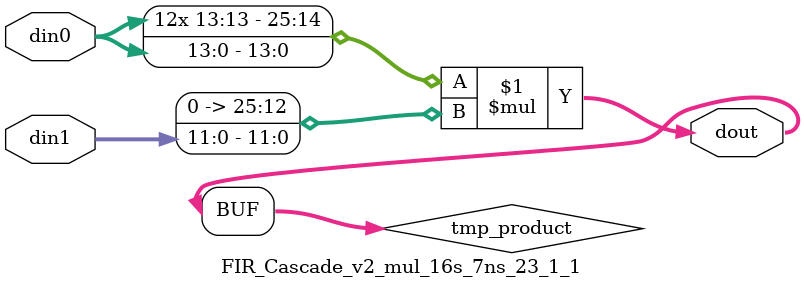
<source format=v>

`timescale 1 ns / 1 ps

 module FIR_Cascade_v2_mul_16s_7ns_23_1_1(din0, din1, dout);
parameter ID = 1;
parameter NUM_STAGE = 0;
parameter din0_WIDTH = 14;
parameter din1_WIDTH = 12;
parameter dout_WIDTH = 26;

input [din0_WIDTH - 1 : 0] din0; 
input [din1_WIDTH - 1 : 0] din1; 
output [dout_WIDTH - 1 : 0] dout;

wire signed [dout_WIDTH - 1 : 0] tmp_product;


























assign tmp_product = $signed(din0) * $signed({1'b0, din1});









assign dout = tmp_product;





















endmodule

</source>
